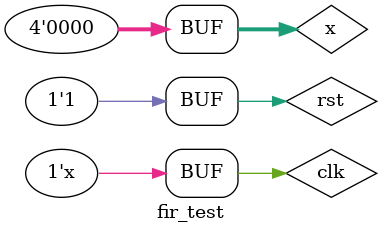
<source format=v>
`timescale 1ns / 1ps

module fir_test;
reg [3:0] x;
reg clk;
reg rst;
wire [9:0] q;

fir uut (
.x(x),
.clk(clk),
.rst(rst),
.q(q)
);
initial begin
    x=0;
    clk = 1'b0;
    rst = 1'b0;
    #20
    rst=1'b1;
    x=4'b0001;
    #20
    rst=1'b1;
    x=4'b0010;
    #20
    rst=1'b1;
    x=4'b0011;
    #20
    rst=1'b1;
    x=4'b0100;
    
    #20
    rst=1'b1;
    x=4'b0000;
end
always #10 clk=~clk;
endmodule
</source>
